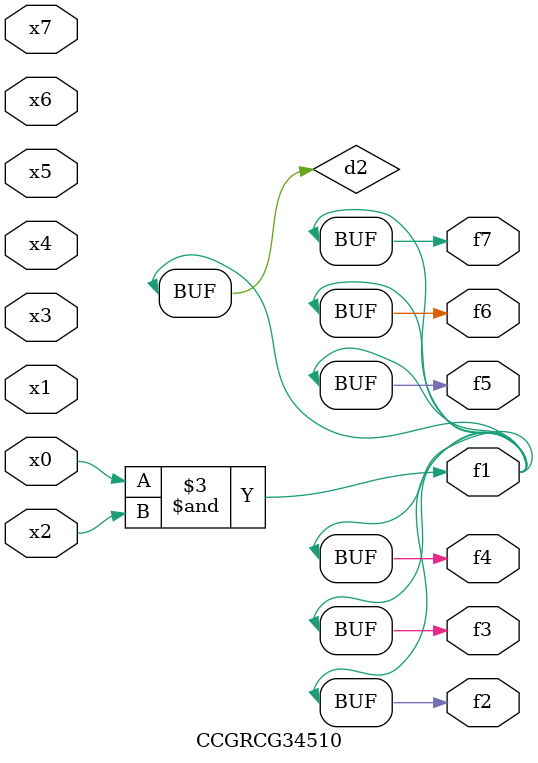
<source format=v>
module CCGRCG34510(
	input x0, x1, x2, x3, x4, x5, x6, x7,
	output f1, f2, f3, f4, f5, f6, f7
);

	wire d1, d2;

	nor (d1, x3, x6);
	and (d2, x0, x2);
	assign f1 = d2;
	assign f2 = d2;
	assign f3 = d2;
	assign f4 = d2;
	assign f5 = d2;
	assign f6 = d2;
	assign f7 = d2;
endmodule

</source>
